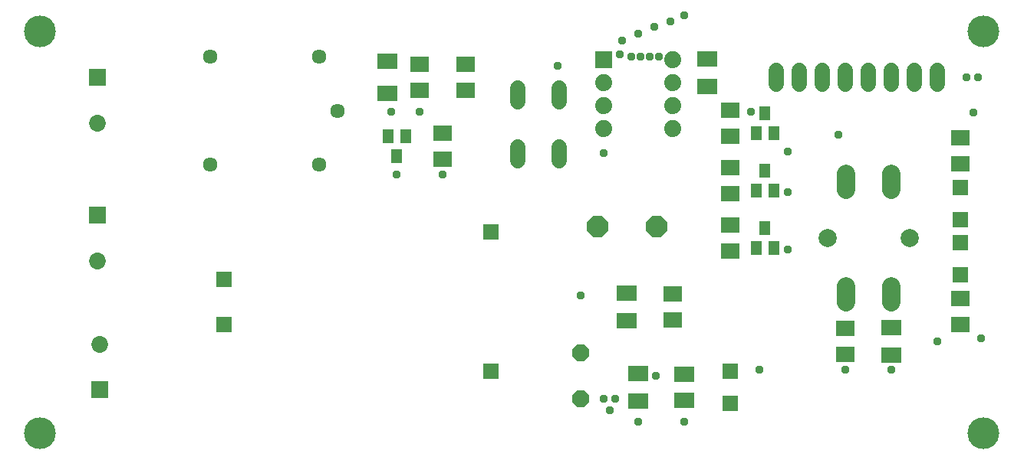
<source format=gbr>
G04 EAGLE Gerber RS-274X export*
G75*
%MOMM*%
%FSLAX34Y34*%
%LPD*%
%INSoldermask Top*%
%IPPOS*%
%AMOC8*
5,1,8,0,0,1.08239X$1,22.5*%
G01*
%ADD10C,3.503194*%
%ADD11R,2.203200X1.703200*%
%ADD12P,1.951982X8X112.500000*%
%ADD13R,2.303200X1.703200*%
%ADD14C,1.727200*%
%ADD15R,1.703200X1.703200*%
%ADD16R,2.006200X1.803200*%
%ADD17C,1.993900*%
%ADD18C,2.006600*%
%ADD19P,2.556822X8X22.500000*%
%ADD20R,1.203200X1.603200*%
%ADD21C,1.611200*%
%ADD22R,1.879600X1.879600*%
%ADD23C,1.879600*%
%ADD24R,1.711200X1.711200*%
%ADD25R,1.853200X1.853200*%
%ADD26C,1.853200*%
%ADD27R,2.203200X1.803200*%
%ADD28C,0.959600*%


D10*
X38100Y482600D03*
X1079500Y482600D03*
X1079500Y38100D03*
X38100Y38100D03*
D11*
X698500Y73900D03*
X698500Y103900D03*
X685800Y162800D03*
X685800Y192800D03*
X977900Y154700D03*
X977900Y124700D03*
X774700Y451880D03*
X774700Y421880D03*
D12*
X635000Y76200D03*
X635000Y127000D03*
D13*
X421640Y413800D03*
X421640Y449800D03*
D14*
X850900Y439420D02*
X850900Y424180D01*
X876300Y424180D02*
X876300Y439420D01*
X901700Y439420D02*
X901700Y424180D01*
X927100Y424180D02*
X927100Y439420D01*
X952500Y439420D02*
X952500Y424180D01*
X977900Y424180D02*
X977900Y439420D01*
X1003300Y439420D02*
X1003300Y424180D01*
X1028700Y424180D02*
X1028700Y439420D01*
D15*
X1054100Y248640D03*
X1054100Y213640D03*
X1054100Y274600D03*
X1054100Y309600D03*
X800100Y71400D03*
X800100Y106400D03*
D16*
X1054100Y158500D03*
X1054100Y186940D03*
X457200Y417580D03*
X457200Y446020D03*
X482600Y341380D03*
X482600Y369820D03*
X1054100Y364740D03*
X1054100Y336300D03*
X800100Y268220D03*
X800100Y239780D03*
X800100Y331720D03*
X800100Y303280D03*
X736600Y163580D03*
X736600Y192020D03*
X800100Y395220D03*
X800100Y366780D03*
X927100Y153920D03*
X927100Y125480D03*
X508000Y446020D03*
X508000Y417580D03*
D17*
X977392Y200470D02*
X977392Y182563D01*
X977392Y307531D02*
X977392Y325438D01*
X927608Y200470D02*
X927608Y182563D01*
X927608Y307531D02*
X927608Y325438D01*
D18*
X997458Y254000D03*
X907542Y254000D03*
D14*
X565404Y339598D02*
X565404Y354838D01*
X610616Y354838D02*
X610616Y339598D01*
X565404Y404622D02*
X565404Y419862D01*
X610616Y419862D02*
X610616Y404622D01*
D19*
X653288Y266700D03*
X718312Y266700D03*
D20*
X838200Y265000D03*
X847700Y243000D03*
X828700Y243000D03*
X838200Y328500D03*
X847700Y306500D03*
X828700Y306500D03*
X838200Y392000D03*
X847700Y370000D03*
X828700Y370000D03*
X431800Y344600D03*
X422300Y366600D03*
X441300Y366600D03*
D21*
X226000Y454900D03*
X346000Y334900D03*
X366000Y394900D03*
X226000Y334900D03*
X346000Y454900D03*
D22*
X660400Y450850D03*
D23*
X660400Y425450D03*
X660400Y400050D03*
X660400Y374650D03*
X736600Y374650D03*
X736600Y400050D03*
X736600Y425450D03*
X736600Y450850D03*
D24*
X241201Y158499D03*
X241201Y208501D03*
X535198Y260497D03*
X535198Y106502D03*
D25*
X103947Y86032D03*
D26*
X103947Y136032D03*
D25*
X101600Y431400D03*
D26*
X101600Y381400D03*
D25*
X101600Y279000D03*
D26*
X101600Y229000D03*
D27*
X749300Y74900D03*
X749300Y102900D03*
D28*
X927100Y107950D03*
X977900Y107950D03*
X831850Y107950D03*
X717550Y101600D03*
X635000Y190500D03*
X863600Y349250D03*
X863600Y304800D03*
X863600Y241300D03*
X457200Y393700D03*
X425450Y393700D03*
X660400Y347980D03*
X1060450Y431800D03*
X1028700Y139700D03*
X698500Y50800D03*
X749300Y50800D03*
X666750Y63500D03*
X660400Y76200D03*
X673100Y76200D03*
X1073150Y431800D03*
X431800Y323850D03*
X482600Y323850D03*
X1076325Y142875D03*
X1068070Y392430D03*
X701040Y454660D03*
X716280Y487680D03*
X711200Y454660D03*
X734060Y494002D03*
X822960Y393700D03*
X721360Y454660D03*
X749300Y500324D03*
X919480Y368300D03*
X690880Y454660D03*
X698500Y480060D03*
X609600Y444500D03*
X678180Y457200D03*
X680720Y472440D03*
M02*

</source>
